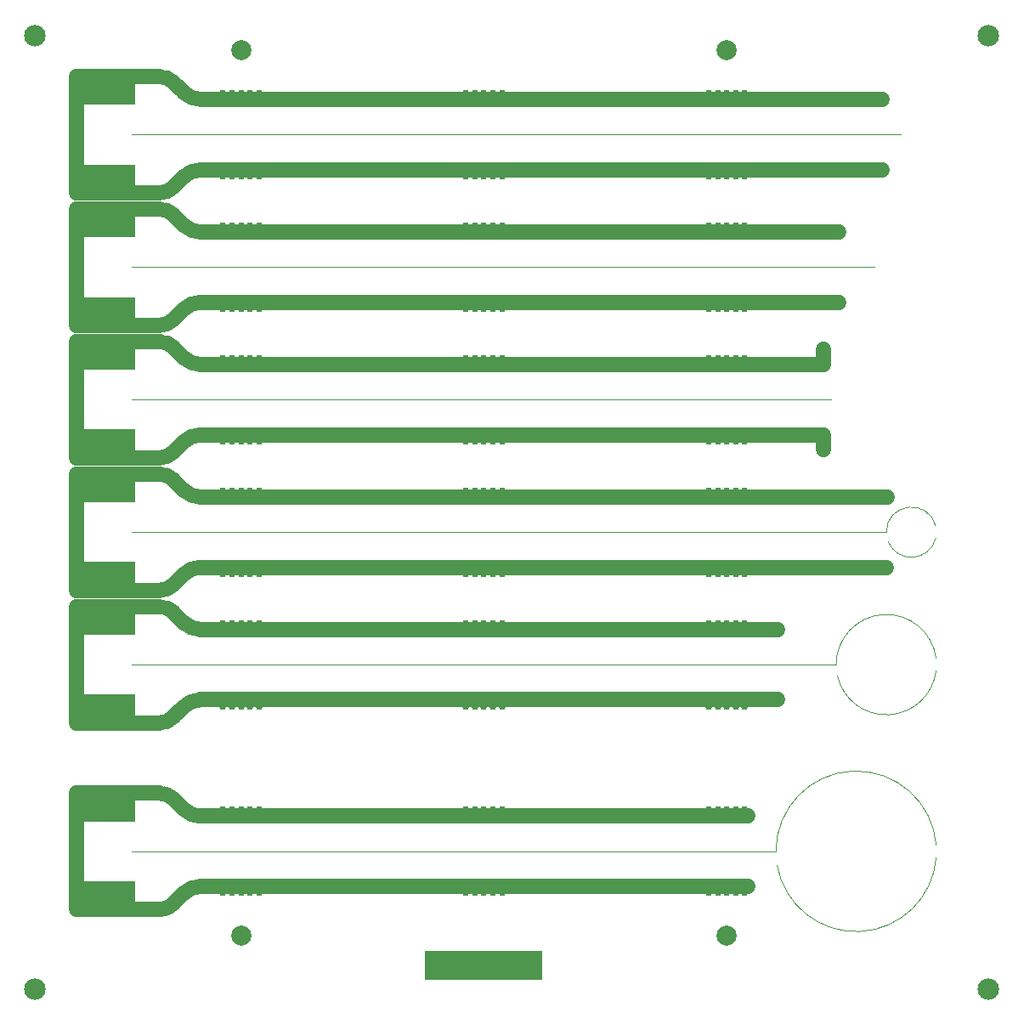
<source format=gbs>
%TF.GenerationSoftware,Altium Limited,Altium Designer,24.7.2 (38)*%
G04 Layer_Color=16711935*
%FSLAX45Y45*%
%MOMM*%
%TF.SameCoordinates,9240EED7-9CEB-46DE-ACC5-CDE2BC50BDCE*%
%TF.FilePolarity,Negative*%
%TF.FileFunction,Soldermask,Bot*%
%TF.Part,Single*%
G01*
G75*
%TA.AperFunction,NonConductor*%
%ADD19C,0.12443*%
%ADD20C,1.50000*%
%ADD21R,11.80000X2.90000*%
%TA.AperFunction,SMDPad,CuDef*%
%ADD22C,2.00000*%
%TA.AperFunction,ConnectorPad*%
%ADD23R,5.65000X2.65000*%
%TA.AperFunction,WasherPad*%
%ADD25C,2.15000*%
%ADD26C,0.75000*%
D19*
X8748204Y4706347D02*
G03*
X9222593Y4739590I231796J93652D01*
G01*
X9222729Y4859858D02*
G03*
X8730001Y4799999I-242728J-59859D01*
G01*
X9226277Y3540900D02*
G03*
X8230000Y3480000I-496277J-60903D01*
G01*
X8242816Y3367522D02*
G03*
X9226294Y3419229I487185J112476D01*
G01*
X7642155Y1481080D02*
G03*
X9227760Y1560168I787846J138918D01*
G01*
X9227666Y1681076D02*
G03*
X7630001Y1620004I-797665J-61077D01*
G01*
X1210001Y3479997D02*
X8230001D01*
X1210002Y4799999D02*
X8730001D01*
X1210000Y1619999D02*
X7630001D01*
X1209999Y6119998D02*
X8180000Y6120000D01*
X1210000Y7439999D02*
X8610000Y7440000D01*
X1210001Y8760001D02*
X8870000Y8760000D01*
D20*
X1725609Y9184393D02*
G03*
X1905209Y9110001I179600J179600D01*
G01*
X1630385Y9279617D02*
G03*
X1484604Y9340001I-145781J-145781D01*
G01*
X1898581Y8409999D02*
G03*
X1730294Y8340292I0J-237994D01*
G01*
X1484604Y8179998D02*
G03*
X1630385Y8240383I0J206165D01*
G01*
X1484602Y6859999D02*
G03*
X1630383Y6920384I0J206165D01*
G01*
X1898580Y7090000D02*
G03*
X1730292Y7020293I0J-237994D01*
G01*
X1630383Y7959617D02*
G03*
X1484602Y8020001I-145781J-145781D01*
G01*
X1730292Y7859708D02*
G03*
X1898581Y7790000I168289J168289D01*
G01*
X1730291Y6539707D02*
G03*
X1898580Y6469999I168289J168289D01*
G01*
X1630383Y6639616D02*
G03*
X1484602Y6700000I-145781J-145781D01*
G01*
X1898579Y5769999D02*
G03*
X1730292Y5700292I0J-237994D01*
G01*
X1484602Y5539998D02*
G03*
X1630383Y5600383I0J206165D01*
G01*
X1730292Y5219706D02*
G03*
X1898581Y5149998I168289J168289D01*
G01*
X1630384Y5319614D02*
G03*
X1484603Y5379999I-145781J-145781D01*
G01*
X1898580Y4449998D02*
G03*
X1730293Y4380291I0J-237994D01*
G01*
X1484603Y4219997D02*
G03*
X1630384Y4280382I0J206165D01*
G01*
X1484602Y2899997D02*
G03*
X1630383Y2960381I0J206165D01*
G01*
X1898579Y3129998D02*
G03*
X1730292Y3060291I0J-237994D01*
G01*
X1630383Y3999614D02*
G03*
X1484602Y4059998I-145781J-145781D01*
G01*
X1730291Y3899705D02*
G03*
X1898580Y3829998I168289J168289D01*
G01*
X1730291Y2039707D02*
G03*
X1898580Y1969999I168289J168289D01*
G01*
X1630383Y2139615D02*
G03*
X1484602Y2200000I-145781J-145781D01*
G01*
X1898579Y1269999D02*
G03*
X1730292Y1200292I0J-237994D01*
G01*
X1484602Y1039998D02*
G03*
X1630383Y1100383I0J206165D01*
G01*
X8105000Y5619998D02*
Y5769998D01*
X8105000Y6469999D02*
Y6620000D01*
X660002Y9340000D02*
X1484604Y9340001D01*
X2060001Y9110000D02*
X8690000D01*
X1905209Y9110001D02*
X2060001Y9110000D01*
X1630385Y9279617D02*
X1725609Y9184393D01*
X660002Y8179999D02*
Y9340000D01*
X1898581Y8409999D02*
X8690000D01*
X1630385Y8240383D02*
X1730294Y8340292D01*
X660002Y8179999D02*
X1484604Y8179998D01*
X660001Y6860000D02*
Y8020001D01*
X1630383Y6920384D02*
X1730292Y7020293D01*
X1898580Y7090000D02*
X8260000Y7090000D01*
X660001Y6860000D02*
X1484602Y6859999D01*
X660001Y8020000D02*
X1484602Y8020001D01*
X1630383Y7959617D02*
X1730292Y7859708D01*
X1898581Y7790000D02*
X8260000D01*
X1898580Y6469999D02*
X8105000D01*
X1630383Y6639616D02*
X1730291Y6539707D01*
X660000Y6699999D02*
X1484602Y6700000D01*
X660000Y5539999D02*
X1484602Y5539998D01*
X1898579Y5769999D02*
X8105000Y5769999D01*
X1630383Y5600383D02*
X1730292Y5700292D01*
X660000Y5539999D02*
Y6700000D01*
X1898581Y5149998D02*
X8738547D01*
X1630384Y5319614D02*
X1730292Y5219706D01*
X660001Y5379998D02*
X1484603Y5379999D01*
X660001Y4219998D02*
X1484603Y4219997D01*
X1898580Y4449997D02*
X8730000Y4449998D01*
X1630384Y4280382D02*
X1730293Y4380291D01*
X660001Y4219998D02*
Y5379999D01*
X660000Y2899998D02*
X1484602Y2899997D01*
X660000Y4059998D02*
X1484602Y4059998D01*
X1898580Y3829998D02*
X7650175D01*
X1898579Y3129997D02*
X7650175Y3129998D01*
X660000Y2899998D02*
Y4059999D01*
X1630383Y3999614D02*
X1730291Y3899705D01*
X1630383Y2960381D02*
X1730292Y3060291D01*
X1898580Y1969999D02*
X7350000D01*
X1630383Y2139615D02*
X1730291Y2039707D01*
X660000Y2199999D02*
X1484602Y2200000D01*
X660000Y1039999D02*
X1484602Y1039998D01*
X1898579Y1269998D02*
X7350000Y1269999D01*
X1630383Y1100383D02*
X1730292Y1200292D01*
X660000Y1039999D02*
Y2200000D01*
D21*
X4720000Y485000D02*
D03*
D22*
X2300000Y9600000D02*
D03*
X7140000Y9599999D02*
D03*
Y779998D02*
D03*
X2299999Y779999D02*
D03*
D23*
X965000Y3054998D02*
D03*
Y3904998D02*
D03*
X965001Y4374999D02*
D03*
Y5224999D02*
D03*
X965000Y2045000D02*
D03*
Y1195000D02*
D03*
Y4375000D02*
D03*
Y5225000D02*
D03*
X965000Y8335000D02*
D03*
Y9185000D02*
D03*
X965000Y7015000D02*
D03*
Y7865000D02*
D03*
Y6545000D02*
D03*
Y5695000D02*
D03*
Y3905000D02*
D03*
Y3055000D02*
D03*
D25*
X250000Y250000D02*
D03*
X9750000D02*
D03*
Y9750000D02*
D03*
X250000D02*
D03*
D26*
X7230000Y9169999D02*
D03*
X7050000D02*
D03*
X7140000D02*
D03*
X6960000D02*
D03*
X7320000D02*
D03*
X7230000Y7849999D02*
D03*
X7050000D02*
D03*
X7140000D02*
D03*
X6960000D02*
D03*
X7320000D02*
D03*
X7230000Y8349999D02*
D03*
X7050000D02*
D03*
X7140000D02*
D03*
X6960000D02*
D03*
X7320000D02*
D03*
Y7029999D02*
D03*
X6960000D02*
D03*
X7140000D02*
D03*
X7050000D02*
D03*
X7230000D02*
D03*
X7320000Y6529999D02*
D03*
X6960000D02*
D03*
X7140000D02*
D03*
X7050000D02*
D03*
X7230000D02*
D03*
X2390000Y6530000D02*
D03*
X2210000D02*
D03*
X2300000D02*
D03*
X2120000D02*
D03*
X2480000D02*
D03*
X4810000D02*
D03*
X4630000D02*
D03*
X4720000D02*
D03*
X4540000D02*
D03*
X4900000D02*
D03*
X7229999Y5209998D02*
D03*
X7049999D02*
D03*
X7139999D02*
D03*
X6959999D02*
D03*
X7319999D02*
D03*
X7229999Y5709998D02*
D03*
X7049999D02*
D03*
X7139999D02*
D03*
X6959999D02*
D03*
X7319999D02*
D03*
X7320000Y4389997D02*
D03*
X6960000D02*
D03*
X7140000D02*
D03*
X7050000D02*
D03*
X7230000D02*
D03*
X7320000Y3889997D02*
D03*
X6960000D02*
D03*
X7140000D02*
D03*
X7050000D02*
D03*
X7230000D02*
D03*
X7320000Y3069995D02*
D03*
X6959999D02*
D03*
X7139999D02*
D03*
X7049999D02*
D03*
X7230000D02*
D03*
X4719999Y1209999D02*
D03*
X7230000Y2029999D02*
D03*
X7050000D02*
D03*
X7140000D02*
D03*
X6960000D02*
D03*
X7320000D02*
D03*
X7230000Y1209998D02*
D03*
X7050000D02*
D03*
X7140000D02*
D03*
X6960000D02*
D03*
X7320000D02*
D03*
X4900000Y2030000D02*
D03*
X4540000D02*
D03*
X4720000D02*
D03*
X4630000D02*
D03*
X4810000D02*
D03*
X2390000D02*
D03*
X2210000D02*
D03*
X2300000D02*
D03*
X2120000D02*
D03*
X2480000D02*
D03*
X2119999Y1209999D02*
D03*
X2389999D02*
D03*
X2209999D02*
D03*
X2299999D02*
D03*
X2479999D02*
D03*
X4899999D02*
D03*
X4539999D02*
D03*
X4629999D02*
D03*
X4809999D02*
D03*
X4809999Y3069997D02*
D03*
X4629999D02*
D03*
X4719999D02*
D03*
X4539999D02*
D03*
X4899999D02*
D03*
X2480000D02*
D03*
X2299999D02*
D03*
X2209999D02*
D03*
X2390000D02*
D03*
X2119999D02*
D03*
X2480000Y3889998D02*
D03*
X2120000D02*
D03*
X2300000D02*
D03*
X2210000D02*
D03*
X2390000D02*
D03*
X4810000D02*
D03*
X4630000D02*
D03*
X4720000D02*
D03*
X4540000D02*
D03*
X4900000D02*
D03*
X4810000Y4389998D02*
D03*
X4630000D02*
D03*
X4720000D02*
D03*
X4540000D02*
D03*
X4900000D02*
D03*
X2480000D02*
D03*
X2300000D02*
D03*
X2210000D02*
D03*
X2390000D02*
D03*
X2120000D02*
D03*
X2119999Y5709999D02*
D03*
X2389999D02*
D03*
X2209999D02*
D03*
X2299999D02*
D03*
X2479999D02*
D03*
X4899999D02*
D03*
X4539999D02*
D03*
X4719999D02*
D03*
X4629999D02*
D03*
X4809999D02*
D03*
X2120000Y7850000D02*
D03*
X2210000D02*
D03*
X2300000D02*
D03*
X2390000D02*
D03*
X2480000D02*
D03*
X4899999Y5209999D02*
D03*
X4539999D02*
D03*
X4719999D02*
D03*
X4629999D02*
D03*
X4809999D02*
D03*
X2389999D02*
D03*
X2209999D02*
D03*
X2299999D02*
D03*
X2119999D02*
D03*
X2479999D02*
D03*
X2390000Y7030000D02*
D03*
X2210000D02*
D03*
X2300000D02*
D03*
X2120000D02*
D03*
X2480000D02*
D03*
X4900000D02*
D03*
X4540000D02*
D03*
X4720000D02*
D03*
X4630000D02*
D03*
X4810000D02*
D03*
X4900000Y9170000D02*
D03*
X4540000D02*
D03*
X4720000D02*
D03*
X4630000D02*
D03*
X4810000D02*
D03*
X2480000D02*
D03*
X2120000D02*
D03*
X2300000D02*
D03*
X2210000D02*
D03*
X2390000D02*
D03*
X4900000Y8350000D02*
D03*
X4540000D02*
D03*
X4720000D02*
D03*
X4630000D02*
D03*
X4810000D02*
D03*
Y7850000D02*
D03*
X4630000D02*
D03*
X4720000D02*
D03*
X4540000D02*
D03*
X4900000D02*
D03*
X2390000Y8350000D02*
D03*
X2210000D02*
D03*
X2300000D02*
D03*
X2120000D02*
D03*
X2480000D02*
D03*
%TF.MD5,7fd167915e94240b3f1e1d7cfe610aac*%
M02*

</source>
